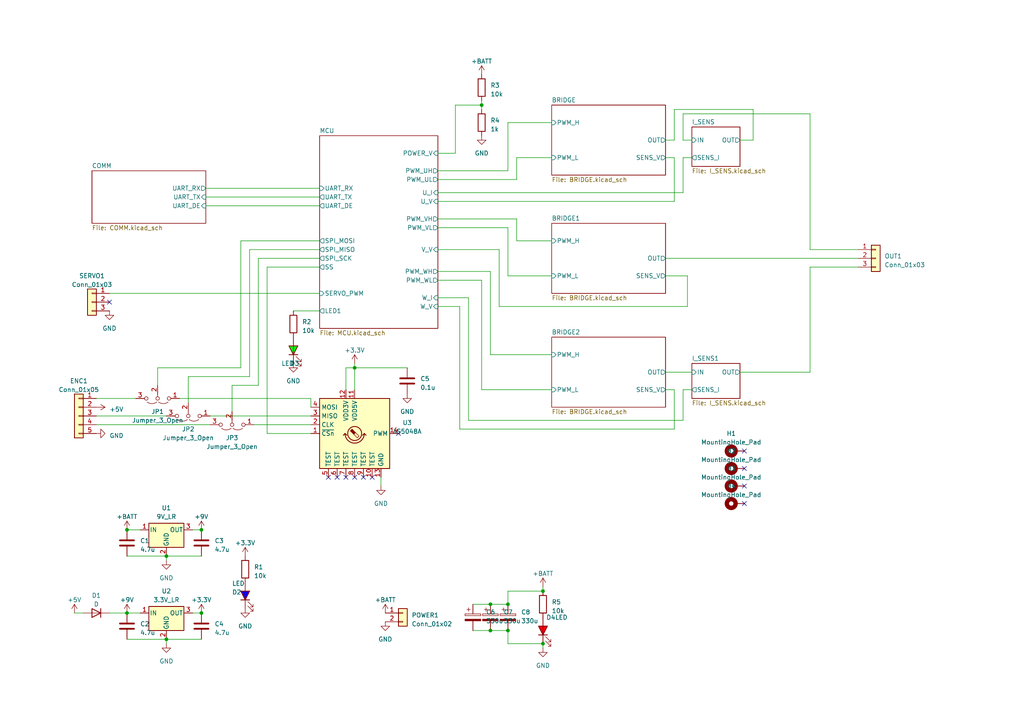
<source format=kicad_sch>
(kicad_sch (version 20230121) (generator eeschema)
  (paper "A4")
  (lib_symbols
    (symbol "Connector_Generic:Conn_01x02" (pin_names (offset 1.016) hide)
      (property "Reference" "J" (at 0 2.54 0))
      (property "Value" "Conn_01x02" (at 0 -5.08 0))
      (symbol "Conn_01x02_1_1"
        (rectangle (start -1.27 -2.413) (end 0 -2.667) (stroke (width 0.1524)))
        (rectangle (start -1.27 0.127) (end 0 -0.127) (stroke (width 0.1524)))
        (rectangle (start -1.27 1.27) (end 1.27 -3.81) (stroke (width 0.254)) (fill (type background)))
        (pin passive line (at -5.08 0 0) (length 3.81) (name "Pin_1") (number "1"))
        (pin passive line (at -5.08 -2.54 0) (length 3.81) (name "Pin_2") (number "2"))
      )
    )
    (symbol "Connector_Generic:Conn_01x03" (pin_names (offset 1.016) hide)
      (property "Reference" "J" (at 0 5.08 0))
      (property "Value" "Conn_01x03" (at 0 -5.08 0))
      (symbol "Conn_01x03_1_1"
        (rectangle (start -1.27 -2.413) (end 0 -2.667) (stroke (width 0.1524)))
        (rectangle (start -1.27 0.127) (end 0 -0.127) (stroke (width 0.1524)))
        (rectangle (start -1.27 2.667) (end 0 2.413) (stroke (width 0.1524)))
        (rectangle (start -1.27 3.81) (end 1.27 -3.81) (stroke (width 0.254)) (fill (type background)))
        (pin passive line (at -5.08 2.54 0) (length 3.81) (name "Pin_1") (number "1"))
        (pin passive line (at -5.08 0 0) (length 3.81) (name "Pin_2") (number "2"))
        (pin passive line (at -5.08 -2.54 0) (length 3.81) (name "Pin_3") (number "3"))
      )
    )
    (symbol "Connector_Generic:Conn_01x05" (pin_names (offset 1.016) hide)
      (property "Reference" "J" (at 0 7.62 0))
      (property "Value" "Conn_01x05" (at 0 -7.62 0))
      (symbol "Conn_01x05_1_1"
        (rectangle (start -1.27 -4.953) (end 0 -5.207) (stroke (width 0.1524)))
        (rectangle (start -1.27 -2.413) (end 0 -2.667) (stroke (width 0.1524)))
        (rectangle (start -1.27 0.127) (end 0 -0.127) (stroke (width 0.1524)))
        (rectangle (start -1.27 2.667) (end 0 2.413) (stroke (width 0.1524)))
        (rectangle (start -1.27 5.207) (end 0 4.953) (stroke (width 0.1524)))
        (rectangle (start -1.27 6.35) (end 1.27 -6.35) (stroke (width 0.254)) (fill (type background)))
        (pin passive line (at -5.08 5.08 0) (length 3.81) (name "Pin_1") (number "1"))
        (pin passive line (at -5.08 2.54 0) (length 3.81) (name "Pin_2") (number "2"))
        (pin passive line (at -5.08 0 0) (length 3.81) (name "Pin_3") (number "3"))
        (pin passive line (at -5.08 -2.54 0) (length 3.81) (name "Pin_4") (number "4"))
        (pin passive line (at -5.08 -5.08 0) (length 3.81) (name "Pin_5") (number "5"))
      )
    )
    (symbol "Device:C" (pin_numbers hide) (pin_names (offset 0.254))
      (property "Reference" "C" (at 0.635 2.54 0))
      (property "Value" "C" (at 0.635 -2.54 0))
      (symbol "C_0_1"
        (polyline (pts (xy -2.032 -0.762) (xy 2.032 -0.762)) (stroke (width 0.508)))
        (polyline (pts (xy -2.032 0.762) (xy 2.032 0.762)) (stroke (width 0.508)))
      )
      (symbol "C_1_1"
        (pin passive line (at 0 3.81 270) (length 2.794) (name "~") (number "1"))
        (pin passive line (at 0 -3.81 90) (length 2.794) (name "~") (number "2"))
      )
    )
    (symbol "Device:C_Polarized" (pin_numbers hide) (pin_names (offset 0.254))
      (property "Reference" "C" (at 0.635 2.54 0))
      (property "Value" "C_Polarized" (at 0.635 -2.54 0))
      (symbol "C_Polarized_0_1"
        (rectangle (start -2.286 0.508) (end 2.286 1.016))
        (polyline (pts (xy -1.778 2.286) (xy -0.762 2.286)))
        (polyline (pts (xy -1.27 2.794) (xy -1.27 1.778)))
        (rectangle (start 2.286 -0.508) (end -2.286 -1.016) (fill (type outline)))
      )
      (symbol "C_Polarized_1_1"
        (pin passive line (at 0 3.81 270) (length 2.794) (name "~") (number "1"))
        (pin passive line (at 0 -3.81 90) (length 2.794) (name "~") (number "2"))
      )
    )
    (symbol "Device:D" (pin_numbers hide) (pin_names (offset 1.016) hide)
      (property "Reference" "D" (at 0 2.54 0))
      (property "Value" "D" (at 0 -2.54 0))
      (symbol "D_0_1"
        (polyline (pts (xy -1.27 1.27) (xy -1.27 -1.27)) (stroke (width 0.254)))
        (polyline (pts (xy 1.27 0) (xy -1.27 0)))
        (polyline (pts (xy 1.27 1.27) (xy 1.27 -1.27) (xy -1.27 0) (xy 1.27 1.27)) (stroke (width 0.254)))
      )
      (symbol "D_1_1"
        (pin passive line (at -3.81 0 0) (length 2.54) (name "K") (number "1"))
        (pin passive line (at 3.81 0 180) (length 2.54) (name "A") (number "2"))
      )
    )
    (symbol "Device:LED" (pin_numbers hide) (pin_names (offset 1.016) hide)
      (property "Reference" "D2" (at 3.81 -0.9525 90))
      (property "Value" "LED" (at 3.81 -3.4925 90))
      (symbol "LED_0_1"
        (polyline (pts (xy -1.27 -1.27) (xy -1.27 1.27)) (stroke (width 0.254)))
        (polyline (pts (xy -1.27 0) (xy 1.27 0)))
        (polyline (pts (xy 1.27 -1.27) (xy 1.27 1.27) (xy -1.27 0) (xy 1.27 -1.27)) (stroke (width 0.254)) (fill (type color) (color 255 0 13 1)))
        (polyline (pts (xy -3.048 -0.762) (xy -4.572 -2.286) (xy -3.81 -2.286) (xy -4.572 -2.286) (xy -4.572 -1.524)))
        (polyline (pts (xy -1.778 -0.762) (xy -3.302 -2.286) (xy -2.54 -2.286) (xy -3.302 -2.286) (xy -3.302 -1.524)))
      )
      (symbol "LED_1_1"
        (pin passive line (at -3.81 0 0) (length 2.54) (name "K") (number "1"))
        (pin passive line (at 3.81 0 180) (length 2.54) (name "A") (number "2"))
      )
    )
    (symbol "Device:R" (pin_numbers hide) (pin_names (offset 0))
      (property "Reference" "R" (at 2.032 0 90))
      (property "Value" "R" (at 0 0 90))
      (symbol "R_0_1"
        (rectangle (start -1.016 -2.54) (end 1.016 2.54) (stroke (width 0.254)))
      )
      (symbol "R_1_1"
        (pin passive line (at 0 3.81 270) (length 1.27) (name "~") (number "1"))
        (pin passive line (at 0 -3.81 90) (length 1.27) (name "~") (number "2"))
      )
    )
    (symbol "Jumper:Jumper_3_Open" (pin_names (offset 0) hide)
      (property "Reference" "JP" (at -2.54 -2.54 0))
      (property "Value" "Jumper_3_Open" (at 0 2.794 0))
      (symbol "Jumper_3_Open_0_0"
        (circle (center -3.302 0) (radius 0.508))
        (circle (center 0 0) (radius 0.508))
        (circle (center 3.302 0) (radius 0.508))
      )
      (symbol "Jumper_3_Open_0_1"
        (arc (start -0.254 1.016) (mid -1.651 1.4992) (end -3.048 1.016))
        (polyline (pts (xy 0 -0.508) (xy 0 -1.27)))
        (arc (start 3.048 1.016) (mid 1.651 1.4992) (end 0.254 1.016))
      )
      (symbol "Jumper_3_Open_1_1"
        (pin passive line (at -6.35 0 0) (length 2.54) (name "A") (number "1"))
        (pin passive line (at 0 -3.81 90) (length 2.54) (name "C") (number "2"))
        (pin passive line (at 6.35 0 180) (length 2.54) (name "B") (number "3"))
      )
    )
    (symbol "LED_1" (pin_numbers hide) (pin_names (offset 1.016) hide)
      (property "Reference" "D3" (at 0.9525 3.81 90))
      (property "Value" "LED" (at 3.4925 3.81 90))
      (symbol "LED_1_0_1"
        (polyline (pts (xy -1.27 -1.27) (xy -1.27 1.27)) (stroke (width 0.254)))
        (polyline (pts (xy -1.27 0) (xy 1.27 0)))
        (polyline (pts (xy 1.27 -1.27) (xy 1.27 1.27) (xy -1.27 0) (xy 1.27 -1.27)) (stroke (width 0.254)) (fill (type color) (color 5 0 255 1)))
        (polyline (pts (xy -3.048 -0.762) (xy -4.572 -2.286) (xy -3.81 -2.286) (xy -4.572 -2.286) (xy -4.572 -1.524)))
        (polyline (pts (xy -1.778 -0.762) (xy -3.302 -2.286) (xy -2.54 -2.286) (xy -3.302 -2.286) (xy -3.302 -1.524)))
      )
      (symbol "LED_1_1_1"
        (pin passive line (at -3.81 0 0) (length 2.54) (name "K") (number "1"))
        (pin passive line (at 3.81 0 180) (length 2.54) (name "A") (number "2"))
      )
    )
    (symbol "LED_2" (pin_numbers hide) (pin_names (offset 1.016) hide)
      (property "Reference" "D4" (at -3.81 0.9525 90))
      (property "Value" "LED" (at -3.81 3.4925 90))
      (symbol "LED_2_0_1"
        (polyline (pts (xy -1.27 -1.27) (xy -1.27 1.27)) (stroke (width 0.254)))
        (polyline (pts (xy -1.27 0) (xy 1.27 0)))
        (polyline (pts (xy 1.27 -1.27) (xy 1.27 1.27) (xy -1.27 0) (xy 1.27 -1.27)) (stroke (width 0.254)) (fill (type color) (color 0 255 20 1)))
        (polyline (pts (xy -3.048 -0.762) (xy -4.572 -2.286) (xy -3.81 -2.286) (xy -4.572 -2.286) (xy -4.572 -1.524)))
        (polyline (pts (xy -1.778 -0.762) (xy -3.302 -2.286) (xy -2.54 -2.286) (xy -3.302 -2.286) (xy -3.302 -1.524)))
      )
      (symbol "LED_2_1_1"
        (pin passive line (at -3.81 0 0) (length 2.54) (name "K") (number "1"))
        (pin passive line (at 3.81 0 180) (length 2.54) (name "A") (number "2"))
      )
    )
    (symbol "Mechanical:MountingHole_Pad" (pin_numbers hide) (pin_names (offset 1.016) hide)
      (property "Reference" "H" (at 0 6.35 0))
      (property "Value" "MountingHole_Pad" (at 0 4.445 0))
      (symbol "MountingHole_Pad_0_1"
        (circle (center 0 1.27) (radius 1.27) (stroke (width 1.27)))
      )
      (symbol "MountingHole_Pad_1_1"
        (pin input line (at 0 -2.54 90) (length 2.54) (name "1") (number "1"))
      )
    )
    (symbol "Regulator_Linear:L7809" (pin_names (offset 0.254))
      (property "Reference" "U" (at -3.81 3.175 0))
      (property "Value" "L7809" (at 0 3.175 0))
      (symbol "L7809_0_1"
        (rectangle (start -5.08 1.905) (end 5.08 -5.08) (stroke (width 0.254)) (fill (type background)))
      )
      (symbol "L7809_1_1"
        (pin power_in line (at -7.62 0 0) (length 2.54) (name "IN") (number "1"))
        (pin power_in line (at 0 -7.62 90) (length 2.54) (name "GND") (number "2"))
        (pin power_out line (at 7.62 0 180) (length 2.54) (name "OUT") (number "3"))
      )
    )
    (symbol "Sensor_Magnetic:AS5048A"
      (property "Reference" "U" (at -10.16 11.43 0))
      (property "Value" "AS5048A" (at 10.16 11.43 0))
      (symbol "AS5048A_0_1"
        (rectangle (start -10.16 10.16) (end 10.16 -10.16) (stroke (width 0.254)) (fill (type background)))
        (arc (start -2.794 0) (mid 0 -2.7819) (end 2.794 0) (stroke (width 0.254)))
        (polyline (pts (xy -2.794 0) (xy -3.302 -0.508)) (stroke (width 0.254)))
        (polyline (pts (xy -2.794 0) (xy -2.286 -0.508)) (stroke (width 0.254)))
        (polyline (pts (xy 2.794 0) (xy 2.286 -0.508)) (stroke (width 0.254)))
        (polyline (pts (xy 2.794 0) (xy 3.302 -0.508)) (stroke (width 0.254)))
      )
      (symbol "AS5048A_1_1"
        (polyline (pts (xy 0.254 0.254) (xy 1.27 -0.762) (xy 0.762 -1.27) (xy -0.254 -0.254)))
        (polyline (pts (xy -0.762 1.27) (xy 0.254 0.254) (xy -0.254 -0.254) (xy -1.27 0.762) (xy -1.016 1.016) (xy -0.762 1.27) (xy -0.635 1.143)) (fill (type outline)))
        (circle (center 0 0) (radius 2.032) (stroke (width 0.254)))
        (pin input line (at -12.7 0 0) (length 2.54) (name "~{CSn}") (number "1"))
        (pin passive line (at 5.08 -12.7 90) (length 2.54) (name "TEST") (number "10"))
        (pin power_in line (at 0 12.7 270) (length 2.54) (name "VDD5V") (number "11"))
        (pin power_in line (at -2.54 12.7 270) (length 2.54) (name "VDD3V") (number "12"))
        (pin power_in line (at 7.62 -12.7 90) (length 2.54) (name "GND") (number "13"))
        (pin output line (at 12.7 0 180) (length 2.54) (name "PWM") (number "14"))
        (pin input line (at -12.7 2.54 0) (length 2.54) (name "CLK") (number "2"))
        (pin output line (at -12.7 5.08 0) (length 2.54) (name "MISO") (number "3"))
        (pin input line (at -12.7 7.62 0) (length 2.54) (name "MOSI") (number "4"))
        (pin passive line (at -7.62 -12.7 90) (length 2.54) (name "TEST") (number "5"))
        (pin passive line (at -5.08 -12.7 90) (length 2.54) (name "TEST") (number "6"))
        (pin passive line (at -2.54 -12.7 90) (length 2.54) (name "TEST") (number "7"))
        (pin passive line (at 0 -12.7 90) (length 2.54) (name "TEST") (number "8"))
        (pin passive line (at 2.54 -12.7 90) (length 2.54) (name "TEST") (number "9"))
      )
    )
    (symbol "power:+3.3V" (power) (pin_names (offset 0))
      (property "Value" "+3.3V" (at 0 3.556 0))
      (symbol "+3.3V_0_1"
        (polyline (pts (xy -0.762 1.27) (xy 0 2.54)))
        (polyline (pts (xy 0 0) (xy 0 2.54)))
        (polyline (pts (xy 0 2.54) (xy 0.762 1.27)))
      )
      (symbol "+3.3V_1_1"
        (pin power_in line (at 0 0 90) (length 0) hide (name "+3.3V") (number "1"))
      )
    )
    (symbol "power:+5V" (power) (pin_names (offset 0))
      (property "Value" "+5V" (at 0 3.556 0))
      (symbol "+5V_0_1"
        (polyline (pts (xy -0.762 1.27) (xy 0 2.54)))
        (polyline (pts (xy 0 0) (xy 0 2.54)))
        (polyline (pts (xy 0 2.54) (xy 0.762 1.27)))
      )
      (symbol "+5V_1_1"
        (pin power_in line (at 0 0 90) (length 0) hide (name "+5V") (number "1"))
      )
    )
    (symbol "power:+9V" (power) (pin_names (offset 0))
      (property "Value" "+9V" (at 0 3.556 0))
      (symbol "+9V_0_1"
        (polyline (pts (xy -0.762 1.27) (xy 0 2.54)))
        (polyline (pts (xy 0 0) (xy 0 2.54)))
        (polyline (pts (xy 0 2.54) (xy 0.762 1.27)))
      )
      (symbol "+9V_1_1"
        (pin power_in line (at 0 0 90) (length 0) hide (name "+9V") (number "1"))
      )
    )
    (symbol "power:+BATT" (power) (pin_names (offset 0))
      (property "Value" "+BATT" (at 0 3.556 0))
      (symbol "+BATT_0_1"
        (polyline (pts (xy -0.762 1.27) (xy 0 2.54)))
        (polyline (pts (xy 0 0) (xy 0 2.54)))
        (polyline (pts (xy 0 2.54) (xy 0.762 1.27)))
      )
      (symbol "+BATT_1_1"
        (pin power_in line (at 0 0 90) (length 0) hide (name "+BATT") (number "1"))
      )
    )
    (symbol "power:GND" (power) (pin_names (offset 0))
      (property "Value" "GND" (at 0 -3.81 0))
      (symbol "GND_0_1"
        (polyline (pts (xy 0 0) (xy 0 -1.27) (xy 1.27 -1.27) (xy 0 -2.54) (xy -1.27 -1.27) (xy 0 -1.27)))
      )
      (symbol "GND_1_1"
        (pin power_in line (at 0 0 270) (length 0) hide (name "GND") (number "1"))
      )
    )
  )
  (junction (at 142.24 175.26))
  (junction (at 147.32 175.26))
  (junction (at 36.83 153.67))
  (junction (at 157.48 171.45))
  (junction (at 48.26 185.42))
  (junction (at 102.87 106.68))
  (junction (at 142.24 182.88))
  (junction (at 58.42 177.8))
  (junction (at 48.26 161.29))
  (junction (at 157.48 186.69))
  (junction (at 147.32 182.88))
  (junction (at 36.83 177.8))
  (junction (at 139.7 30.48))
  (junction (at 58.42 153.67))
  (no_connect (at 215.9 135.89))
  (no_connect (at 95.25 138.43))
  (no_connect (at 215.9 140.97))
  (no_connect (at 115.57 125.73))
  (no_connect (at 31.75 87.63))
  (no_connect (at 100.33 138.43))
  (no_connect (at 102.87 138.43))
  (no_connect (at 107.95 138.43))
  (no_connect (at 215.9 130.81))
  (no_connect (at 105.41 138.43))
  (no_connect (at 97.79 138.43))
  (no_connect (at 215.9 146.05))
  (wire (pts (xy 58.42 153.67) (xy 55.88 153.67)))
  (wire (pts (xy 149.86 45.72) (xy 149.86 52.07)))
  (wire (pts (xy 92.71 77.47) (xy 77.47 77.47)))
  (wire (pts (xy 193.04 80.01) (xy 199.39 80.01)))
  (wire (pts (xy 144.78 72.39) (xy 127 72.39)))
  (wire (pts (xy 234.95 72.39) (xy 248.92 72.39)))
  (wire (pts (xy 74.93 74.93) (xy 92.71 74.93)))
  (wire (pts (xy 133.35 124.46) (xy 195.58 124.46)))
  (wire (pts (xy 67.31 111.76) (xy 67.31 119.38)))
  (wire (pts (xy 137.16 175.26) (xy 142.24 175.26)))
  (wire (pts (xy 127 81.28) (xy 139.7 81.28)))
  (wire (pts (xy 214.63 40.64) (xy 218.44 40.64)))
  (wire (pts (xy 195.58 31.75) (xy 195.58 40.64)))
  (wire (pts (xy 102.87 105.41) (xy 102.87 106.68)))
  (wire (pts (xy 147.32 186.69) (xy 147.32 182.88)))
  (wire (pts (xy 147.32 66.04) (xy 147.32 80.01)))
  (wire (pts (xy 85.09 90.17) (xy 92.71 90.17)))
  (wire (pts (xy 132.08 44.45) (xy 127 44.45)))
  (wire (pts (xy 142.24 175.26) (xy 147.32 175.26)))
  (wire (pts (xy 218.44 31.75) (xy 195.58 31.75)))
  (wire (pts (xy 58.42 177.8) (xy 55.88 177.8)))
  (wire (pts (xy 127 49.53) (xy 147.32 49.53)))
  (wire (pts (xy 48.26 185.42) (xy 36.83 185.42)))
  (wire (pts (xy 147.32 171.45) (xy 157.48 171.45)))
  (wire (pts (xy 218.44 40.64) (xy 218.44 31.75)))
  (wire (pts (xy 127 55.88) (xy 198.12 55.88)))
  (wire (pts (xy 137.16 182.88) (xy 142.24 182.88)))
  (wire (pts (xy 157.48 187.96) (xy 157.48 186.69)))
  (wire (pts (xy 147.32 49.53) (xy 147.32 35.56)))
  (wire (pts (xy 195.58 113.03) (xy 193.04 113.03)))
  (wire (pts (xy 200.66 40.64) (xy 198.12 40.64)))
  (wire (pts (xy 214.63 107.95) (xy 234.95 107.95)))
  (wire (pts (xy 139.7 113.03) (xy 160.02 113.03)))
  (wire (pts (xy 132.08 30.48) (xy 132.08 44.45)))
  (wire (pts (xy 48.26 161.29) (xy 36.83 161.29)))
  (wire (pts (xy 69.85 106.68) (xy 45.72 106.68)))
  (wire (pts (xy 248.92 77.47) (xy 234.95 77.47)))
  (wire (pts (xy 21.59 177.8) (xy 24.13 177.8)))
  (wire (pts (xy 142.24 182.88) (xy 147.32 182.88)))
  (wire (pts (xy 59.69 54.61) (xy 92.71 54.61)))
  (wire (pts (xy 198.12 55.88) (xy 198.12 45.72)))
  (wire (pts (xy 198.12 113.03) (xy 198.12 121.92)))
  (wire (pts (xy 127 66.04) (xy 147.32 66.04)))
  (wire (pts (xy 149.86 63.5) (xy 149.86 69.85)))
  (wire (pts (xy 198.12 45.72) (xy 200.66 45.72)))
  (wire (pts (xy 36.83 153.67) (xy 40.64 153.67)))
  (wire (pts (xy 45.72 106.68) (xy 45.72 111.76)))
  (wire (pts (xy 59.69 59.69) (xy 92.71 59.69)))
  (wire (pts (xy 135.89 86.36) (xy 127 86.36)))
  (wire (pts (xy 102.87 106.68) (xy 118.11 106.68)))
  (wire (pts (xy 110.49 138.43) (xy 110.49 140.97)))
  (wire (pts (xy 139.7 30.48) (xy 132.08 30.48)))
  (wire (pts (xy 139.7 29.21) (xy 139.7 30.48)))
  (wire (pts (xy 48.26 162.56) (xy 48.26 161.29)))
  (wire (pts (xy 160.02 45.72) (xy 149.86 45.72)))
  (wire (pts (xy 74.93 111.76) (xy 67.31 111.76)))
  (wire (pts (xy 59.69 57.15) (xy 92.71 57.15)))
  (wire (pts (xy 149.86 69.85) (xy 160.02 69.85)))
  (wire (pts (xy 147.32 80.01) (xy 160.02 80.01)))
  (wire (pts (xy 127 58.42) (xy 195.58 58.42)))
  (wire (pts (xy 149.86 52.07) (xy 127 52.07)))
  (wire (pts (xy 77.47 77.47) (xy 77.47 125.73)))
  (wire (pts (xy 193.04 74.93) (xy 248.92 74.93)))
  (wire (pts (xy 198.12 113.03) (xy 200.66 113.03)))
  (wire (pts (xy 54.61 109.22) (xy 54.61 116.84)))
  (wire (pts (xy 199.39 88.9) (xy 144.78 88.9)))
  (wire (pts (xy 193.04 107.95) (xy 200.66 107.95)))
  (wire (pts (xy 72.39 109.22) (xy 54.61 109.22)))
  (wire (pts (xy 73.66 123.19) (xy 90.17 123.19)))
  (wire (pts (xy 157.48 186.69) (xy 147.32 186.69)))
  (wire (pts (xy 139.7 30.48) (xy 139.7 31.75)))
  (wire (pts (xy 48.26 185.42) (xy 58.42 185.42)))
  (wire (pts (xy 72.39 72.39) (xy 72.39 109.22)))
  (wire (pts (xy 127 78.74) (xy 142.24 78.74)))
  (wire (pts (xy 69.85 69.85) (xy 92.71 69.85)))
  (wire (pts (xy 234.95 77.47) (xy 234.95 107.95)))
  (wire (pts (xy 60.96 120.65) (xy 90.17 120.65)))
  (wire (pts (xy 74.93 74.93) (xy 74.93 111.76)))
  (wire (pts (xy 27.94 120.65) (xy 48.26 120.65)))
  (wire (pts (xy 31.75 177.8) (xy 36.83 177.8)))
  (wire (pts (xy 135.89 121.92) (xy 135.89 86.36)))
  (wire (pts (xy 139.7 81.28) (xy 139.7 113.03)))
  (wire (pts (xy 142.24 78.74) (xy 142.24 102.87)))
  (wire (pts (xy 127 63.5) (xy 149.86 63.5)))
  (wire (pts (xy 133.35 88.9) (xy 133.35 124.46)))
  (wire (pts (xy 198.12 40.64) (xy 198.12 33.02)))
  (wire (pts (xy 195.58 40.64) (xy 193.04 40.64)))
  (wire (pts (xy 27.94 115.57) (xy 39.37 115.57)))
  (wire (pts (xy 127 88.9) (xy 133.35 88.9)))
  (wire (pts (xy 52.07 115.57) (xy 90.17 115.57)))
  (wire (pts (xy 198.12 33.02) (xy 234.95 33.02)))
  (wire (pts (xy 142.24 102.87) (xy 160.02 102.87)))
  (wire (pts (xy 48.26 161.29) (xy 58.42 161.29)))
  (wire (pts (xy 199.39 80.01) (xy 199.39 88.9)))
  (wire (pts (xy 234.95 33.02) (xy 234.95 72.39)))
  (wire (pts (xy 147.32 35.56) (xy 160.02 35.56)))
  (wire (pts (xy 77.47 125.73) (xy 90.17 125.73)))
  (wire (pts (xy 48.26 186.69) (xy 48.26 185.42)))
  (wire (pts (xy 27.94 123.19) (xy 60.96 123.19)))
  (wire (pts (xy 102.87 106.68) (xy 102.87 113.03)))
  (wire (pts (xy 144.78 88.9) (xy 144.78 72.39)))
  (wire (pts (xy 31.75 85.09) (xy 92.71 85.09)))
  (wire (pts (xy 195.58 45.72) (xy 195.58 58.42)))
  (wire (pts (xy 100.33 106.68) (xy 100.33 113.03)))
  (wire (pts (xy 100.33 106.68) (xy 102.87 106.68)))
  (wire (pts (xy 198.12 121.92) (xy 135.89 121.92)))
  (wire (pts (xy 69.85 106.68) (xy 69.85 69.85)))
  (wire (pts (xy 36.83 177.8) (xy 40.64 177.8)))
  (wire (pts (xy 157.48 170.18) (xy 157.48 171.45)))
  (wire (pts (xy 90.17 115.57) (xy 90.17 118.11)))
  (wire (pts (xy 193.04 45.72) (xy 195.58 45.72)))
  (wire (pts (xy 72.39 72.39) (xy 92.71 72.39)))
  (wire (pts (xy 147.32 175.26) (xy 147.32 171.45)))
  (wire (pts (xy 195.58 124.46) (xy 195.58 113.03)))
  (symbol (lib_id "Connector_Generic:Conn_01x05") (at 22.86 120.65 0) (mirror y) (unit 1)
    (property "Reference" "ENC1" (at 22.86 110.49 0))
    (property "Value" "Conn_01x05" (at 22.86 113.03 0))
    (property "Footprint" "Connector_JST:JST_XA_S05B-XASK-1_1x05_P2.50mm_Horizontal" (effects hide))
  )
  (symbol (lib_id "power:GND") (at 71.12 176.53 0) (unit 1)
    (property "Reference" "#PWR012" (effects hide))
    (property "Value" "GND" (at 71.12 181.61 0))
  )
  (symbol (lib_id "Mechanical:MountingHole_Pad") (at 213.36 146.05 90) (unit 1)
    (property "Reference" "H4" (at 212.09 140.97 90))
    (property "Value" "MountingHole_Pad" (at 212.09 143.51 90))
    (property "Footprint" "MountingHole:MountingHole_3.2mm_M3_Pad_Via" (effects hide))
  )
  (symbol (lib_id "Device:C") (at 58.42 157.48 0) (unit 1)
    (property "Reference" "C3" (at 62.23 156.845 0) (effects (justify left)))
    (property "Value" "4.7u" (at 62.23 159.385 0) (effects (justify left)))
    (property "Footprint" "Capacitor_SMD:C_0805_2012Metric_Pad1.18x1.45mm_HandSolder" (effects hide))
  )
  (symbol (lib_id "power:+5V") (at 27.94 118.11 270) (unit 1)
    (property "Reference" "#PWR02" (effects hide))
    (property "Value" "+5V" (at 31.75 118.745 90) (effects (justify left)))
  )
  (symbol (lib_id "power:GND") (at 157.48 187.96 0) (unit 1)
    (property "Reference" "#PWR022" (effects hide))
    (property "Value" "GND" (at 157.48 193.04 0))
  )
  (symbol (lib_id "power:GND") (at 31.75 90.17 0) (unit 1)
    (property "Reference" "#PWR04" (effects hide))
    (property "Value" "GND" (at 31.75 95.25 0))
  )
  (symbol (lib_id "power:GND") (at 139.7 39.37 0) (unit 1)
    (property "Reference" "#PWR020" (effects hide))
    (property "Value" "GND" (at 139.7 44.45 0))
  )
  (symbol (lib_id "Jumper:Jumper_3_Open") (at 54.61 120.65 180) (unit 1)
    (property "Reference" "JP2" (at 54.61 124.46 0))
    (property "Value" "Jumper_3_Open" (at 54.61 127 0))
    (property "Footprint" "Jumper:SolderJumper-3_P2.0mm_Open_TrianglePad1.0x1.5mm" (effects hide))
  )
  (symbol (lib_id "Connector_Generic:Conn_01x02") (at 116.84 177.8 0) (unit 1)
    (property "Reference" "POWER1" (at 119.38 178.435 0) (effects (justify left)))
    (property "Value" "Conn_01x02" (at 119.38 180.975 0) (effects (justify left)))
    (property "Footprint" "Connector_AMASS:AMASS_XT30PW-F_1x02_P2.50mm_Horizontal" (effects hide))
  )
  (symbol (lib_id "power:GND") (at 110.49 140.97 0) (unit 1)
    (property "Reference" "#PWR015" (effects hide))
    (property "Value" "GND" (at 110.49 146.05 0))
  )
  (symbol (lib_id "power:+9V") (at 36.83 177.8 0) (unit 1)
    (property "Reference" "#PWR06" (effects hide))
    (property "Value" "+9V" (at 36.83 173.99 0))
  )
  (symbol (lib_name "LED_2") (lib_id "Device:LED") (at 85.09 101.6 90) (unit 1)
    (property "Reference" "D3" (at 84.1375 105.41 90) (effects (justify right)))
    (property "Value" "LED" (at 81.5975 105.41 90) (effects (justify right)))
    (property "Footprint" "LED_SMD:LED_0603_1608Metric_Pad1.05x0.95mm_HandSolder" (effects hide))
  )
  (symbol (lib_id "power:+BATT") (at 139.7 21.59 0) (unit 1)
    (property "Reference" "#PWR019" (effects hide))
    (property "Value" "+BATT" (at 139.7 17.78 0))
  )
  (symbol (lib_id "power:+3.3V") (at 102.87 105.41 0) (unit 1)
    (property "Reference" "#PWR014" (effects hide))
    (property "Value" "+3.3V" (at 102.87 101.6 0))
  )
  (symbol (lib_id "Device:R") (at 85.09 93.98 0) (unit 1)
    (property "Reference" "R2" (at 87.63 93.345 0) (effects (justify left)))
    (property "Value" "10k" (at 87.63 95.885 0) (effects (justify left)))
    (property "Footprint" "Resistor_SMD:R_0603_1608Metric_Pad0.98x0.95mm_HandSolder" (effects hide))
  )
  (symbol (lib_id "power:+9V") (at 58.42 153.67 0) (unit 1)
    (property "Reference" "#PWR09" (effects hide))
    (property "Value" "+9V" (at 58.42 149.86 0))
  )
  (symbol (lib_id "power:+3.3V") (at 71.12 161.29 0) (unit 1)
    (property "Reference" "#PWR011" (effects hide))
    (property "Value" "+3.3V" (at 71.12 157.48 0))
  )
  (symbol (lib_id "Device:LED") (at 157.48 182.88 90) (unit 1)
    (property "Reference" "D4" (at 158.4325 179.07 90) (effects (justify right)))
    (property "Value" "LED" (at 160.9725 179.07 90) (effects (justify right)))
    (property "Footprint" "LED_SMD:LED_0603_1608Metric_Pad1.05x0.95mm_HandSolder" (effects hide))
  )
  (symbol (lib_id "Jumper:Jumper_3_Open") (at 45.72 115.57 180) (unit 1)
    (property "Reference" "JP1" (at 45.72 119.38 0))
    (property "Value" "Jumper_3_Open" (at 45.72 121.92 0))
    (property "Footprint" "Jumper:SolderJumper-3_P2.0mm_Open_TrianglePad1.0x1.5mm" (effects hide))
  )
  (symbol (lib_id "power:GND") (at 85.09 105.41 0) (unit 1)
    (property "Reference" "#PWR013" (effects hide))
    (property "Value" "GND" (at 85.09 110.49 0))
  )
  (symbol (lib_id "Mechanical:MountingHole_Pad") (at 213.36 140.97 90) (unit 1)
    (property "Reference" "H3" (at 212.09 135.89 90))
    (property "Value" "MountingHole_Pad" (at 212.09 138.43 90))
    (property "Footprint" "MountingHole:MountingHole_3.2mm_M3_Pad_Via" (effects hide))
  )
  (symbol (lib_id "power:GND") (at 48.26 186.69 0) (unit 1)
    (property "Reference" "#PWR08" (effects hide))
    (property "Value" "GND" (at 48.26 191.77 0))
  )
  (symbol (lib_id "power:+BATT") (at 36.83 153.67 0) (unit 1)
    (property "Reference" "#PWR05" (effects hide))
    (property "Value" "+BATT" (at 36.83 149.86 0))
  )
  (symbol (lib_id "Mechanical:MountingHole_Pad") (at 213.36 130.81 90) (unit 1)
    (property "Reference" "H1" (at 212.09 125.73 90))
    (property "Value" "MountingHole_Pad" (at 212.09 128.27 90))
    (property "Footprint" "MountingHole:MountingHole_3.2mm_M3_Pad_Via" (effects hide))
  )
  (symbol (lib_id "Device:C") (at 118.11 110.49 180) (unit 1)
    (property "Reference" "C5" (at 121.92 109.855 0) (effects (justify right)))
    (property "Value" "0.1u" (at 121.92 112.395 0) (effects (justify right)))
    (property "Footprint" "Capacitor_SMD:C_0603_1608Metric_Pad1.08x0.95mm_HandSolder" (effects hide))
  )
  (symbol (lib_id "power:GND") (at 27.94 125.73 90) (unit 1)
    (property "Reference" "#PWR03" (effects hide))
    (property "Value" "GND" (at 31.75 126.365 90) (effects (justify right)))
  )
  (symbol (lib_id "Device:C_Polarized") (at 147.32 179.07 0) (unit 1)
    (property "Reference" "C8" (at 151.13 177.546 0) (effects (justify left)))
    (property "Value" "330u" (at 151.13 180.086 0) (effects (justify left)))
    (property "Footprint" "Capacitor_SMD:CP_Elec_10x10" (effects hide))
  )
  (symbol (lib_id "Device:C_Polarized") (at 137.16 179.07 0) (unit 1)
    (property "Reference" "C6" (at 140.97 177.546 0) (effects (justify left)))
    (property "Value" "330u" (at 140.97 180.086 0) (effects (justify left)))
    (property "Footprint" "Capacitor_SMD:CP_Elec_10x10" (effects hide))
  )
  (symbol (lib_id "Device:R") (at 139.7 35.56 0) (unit 1)
    (property "Reference" "R4" (at 142.24 34.925 0) (effects (justify left)))
    (property "Value" "1k" (at 142.24 37.465 0) (effects (justify left)))
    (property "Footprint" "Resistor_SMD:R_0603_1608Metric_Pad0.98x0.95mm_HandSolder" (effects hide))
  )
  (symbol (lib_id "Device:D") (at 27.94 177.8 180) (unit 1)
    (property "Reference" "D1" (at 27.94 172.72 0))
    (property "Value" "D" (at 27.94 175.26 0))
    (property "Footprint" "Diode_SMD:D_SMA" (effects hide))
    (property "Sim.Device" "D" (effects hide))
    (property "Sim.Pins" "1=K 2=A" (effects hide))
  )
  (symbol (lib_id "power:GND") (at 48.26 162.56 0) (unit 1)
    (property "Reference" "#PWR07" (effects hide))
    (property "Value" "GND" (at 48.26 167.64 0))
  )
  (symbol (lib_id "power:+5V") (at 21.59 177.8 0) (unit 1)
    (property "Reference" "#PWR01" (effects hide))
    (property "Value" "+5V" (at 21.59 173.99 0))
  )
  (symbol (lib_id "Device:C_Polarized") (at 142.24 179.07 0) (unit 1)
    (property "Reference" "C7" (at 146.05 177.546 0) (effects (justify left)))
    (property "Value" "330u" (at 146.05 180.086 0) (effects (justify left)))
    (property "Footprint" "Capacitor_SMD:CP_Elec_10x10" (effects hide))
  )
  (symbol (lib_name "LED_1") (lib_id "Device:LED") (at 71.12 172.72 90) (unit 1)
    (property "Reference" "D2" (at 67.31 171.7675 90) (effects (justify right)))
    (property "Value" "LED" (at 67.31 169.2275 90) (effects (justify right)))
    (property "Footprint" "LED_SMD:LED_0603_1608Metric_Pad1.05x0.95mm_HandSolder" (effects hide))
  )
  (symbol (lib_id "power:+BATT") (at 157.48 170.18 0) (unit 1)
    (property "Reference" "#PWR021" (effects hide))
    (property "Value" "+BATT" (at 157.48 166.37 0))
  )
  (symbol (lib_id "Device:R") (at 157.48 175.26 0) (unit 1)
    (property "Reference" "R5" (at 160.02 174.625 0) (effects (justify left)))
    (property "Value" "10k" (at 160.02 177.165 0) (effects (justify left)))
    (property "Footprint" "Resistor_SMD:R_0603_1608Metric_Pad0.98x0.95mm_HandSolder" (effects hide))
  )
  (symbol (lib_id "Device:C") (at 36.83 157.48 0) (unit 1)
    (property "Reference" "C1" (at 40.64 156.845 0) (effects (justify left)))
    (property "Value" "4.7u" (at 40.64 159.385 0) (effects (justify left)))
    (property "Footprint" "Capacitor_SMD:C_0805_2012Metric_Pad1.18x1.45mm_HandSolder" (effects hide))
  )
  (symbol (lib_id "power:GND") (at 118.11 114.3 0) (unit 1)
    (property "Reference" "#PWR018" (effects hide))
    (property "Value" "GND" (at 118.11 119.38 0))
  )
  (symbol (lib_id "Connector_Generic:Conn_01x03") (at 26.67 87.63 0) (mirror y) (unit 1)
    (property "Reference" "SERVO1" (at 26.67 80.01 0))
    (property "Value" "Conn_01x03" (at 26.67 82.55 0))
    (property "Footprint" "Connector_PinHeader_2.54mm:PinHeader_1x03_P2.54mm_Horizontal" (effects hide))
  )
  (symbol (lib_id "Regulator_Linear:L7809") (at 48.26 177.8 0) (unit 1)
    (property "Reference" "U2" (at 48.26 171.45 0))
    (property "Value" "3.3V_LR" (at 48.26 173.99 0))
    (property "Footprint" "Package_TO_SOT_SMD:TO-252-2" (effects hide))
    (property "Datasheet" "http://www.st.com/content/ccc/resource/technical/document/datasheet/41/4f/b3/b0/12/d4/47/88/CD00000444.pdf/files/CD00000444.pdf/jcr:content/translations/en.CD00000444.pdf" (effects hide))
  )
  (symbol (lib_id "Mechanical:MountingHole_Pad") (at 213.36 135.89 90) (unit 1)
    (property "Reference" "H2" (at 212.09 130.81 90))
    (property "Value" "MountingHole_Pad" (at 212.09 133.35 90))
    (property "Footprint" "MountingHole:MountingHole_3.2mm_M3_Pad_Via" (effects hide))
  )
  (symbol (lib_id "power:GND") (at 111.76 180.34 0) (unit 1)
    (property "Reference" "#PWR017" (effects hide))
    (property "Value" "GND" (at 111.76 185.42 0))
  )
  (symbol (lib_id "Device:R") (at 139.7 25.4 0) (unit 1)
    (property "Reference" "R3" (at 142.24 24.765 0) (effects (justify left)))
    (property "Value" "10k" (at 142.24 27.305 0) (effects (justify left)))
    (property "Footprint" "Resistor_SMD:R_0603_1608Metric_Pad0.98x0.95mm_HandSolder" (effects hide))
  )
  (symbol (lib_id "Connector_Generic:Conn_01x03") (at 254 74.93 0) (unit 1)
    (property "Reference" "OUT1" (at 256.54 74.295 0) (effects (justify left)))
    (property "Value" "Conn_01x03" (at 256.54 76.835 0) (effects (justify left)))
    (property "Footprint" "Connector_AMASS:AMASS_MR30PW-M_1x03_P3.50mm_Horizontal" (effects hide))
  )
  (symbol (lib_id "Device:C") (at 36.83 181.61 0) (unit 1)
    (property "Reference" "C2" (at 40.64 180.975 0) (effects (justify left)))
    (property "Value" "4.7u" (at 40.64 183.515 0) (effects (justify left)))
    (property "Footprint" "Capacitor_SMD:C_0805_2012Metric_Pad1.18x1.45mm_HandSolder" (effects hide))
  )
  (symbol (lib_id "Device:C") (at 58.42 181.61 0) (unit 1)
    (property "Reference" "C4" (at 62.23 180.975 0) (effects (justify left)))
    (property "Value" "4.7u" (at 62.23 183.515 0) (effects (justify left)))
    (property "Footprint" "Capacitor_SMD:C_0805_2012Metric_Pad1.18x1.45mm_HandSolder" (effects hide))
  )
  (symbol (lib_id "Device:R") (at 71.12 165.1 0) (unit 1)
    (property "Reference" "R1" (at 73.66 164.465 0) (effects (justify left)))
    (property "Value" "10k" (at 73.66 167.005 0) (effects (justify left)))
    (property "Footprint" "Resistor_SMD:R_0603_1608Metric_Pad0.98x0.95mm_HandSolder" (effects hide))
  )
  (symbol (lib_id "Sensor_Magnetic:AS5048A") (at 102.87 125.73 0) (unit 1)
    (property "Reference" "U3" (at 118.11 122.6059 0))
    (property "Value" "AS5048A" (at 118.11 125.1459 0))
    (property "Footprint" "Package_SO:TSSOP-14_4.4x5mm_P0.65mm" (effects hide))
    (property "Datasheet" "https://ams.com/documents/20143/36005/AS5048_DS000298_4-00.pdf" (effects hide))
  )
  (symbol (lib_id "power:+BATT") (at 111.76 177.8 0) (unit 1)
    (property "Reference" "#PWR016" (effects hide))
    (property "Value" "+BATT" (at 111.76 173.99 0))
  )
  (symbol (lib_id "Jumper:Jumper_3_Open") (at 67.31 123.19 180) (unit 1)
    (property "Reference" "JP3" (at 67.31 127 0))
    (property "Value" "Jumper_3_Open" (at 67.31 129.54 0))
    (property "Footprint" "Jumper:SolderJumper-3_P2.0mm_Open_TrianglePad1.0x1.5mm" (effects hide))
  )
  (symbol (lib_id "power:+3.3V") (at 58.42 177.8 0) (unit 1)
    (property "Reference" "#PWR010" (effects hide))
    (property "Value" "+3.3V" (at 58.42 173.99 0))
  )
  (symbol (lib_id "Regulator_Linear:L7809") (at 48.26 153.67 0) (unit 1)
    (property "Reference" "U1" (at 48.26 147.32 0))
    (property "Value" "9V_LR" (at 48.26 149.86 0))
    (property "Footprint" "Package_TO_SOT_SMD:TO-252-2" (effects hide))
    (property "Datasheet" "http://www.st.com/content/ccc/resource/technical/document/datasheet/41/4f/b3/b0/12/d4/47/88/CD00000444.pdf/files/CD00000444.pdf/jcr:content/translations/en.CD00000444.pdf" (effects hide))
  )
  (sheet (at 26.67 49.53) (size 33.02 15.24) (stroke (width 0.1524))
    (property "Sheetname" "COMM" (at 26.67 48.8184 0) (effects (justify left bottom)))
    (property "Sheetfile" "COMM.kicad_sch" (at 26.67 65.3546 0) (effects (justify left top)))
    (pin "UART_RX" output (at 59.69 54.61 0))
    (pin "UART_TX" input (at 59.69 57.15 0))
    (pin "UART_DE" input (at 59.69 59.69 0))
  )
  (sheet (at 200.66 105.41) (size 13.97 10.16) (stroke (width 0.1524))
    (property "Sheetname" "I_SENS1" (at 200.66 104.6984 0) (effects (justify left bottom)))
    (property "Sheetfile" "I_SENS.kicad_sch" (at 200.66 116.1546 0) (effects (justify left top)))
    (pin "SENS_I" output (at 200.66 113.03 180))
    (pin "OUT" output (at 214.63 107.95 0))
    (pin "IN" input (at 200.66 107.95 180))
  )
  (sheet (at 160.02 30.48) (size 33.02 20.32) (stroke (width 0.1524))
    (property "Sheetname" "BRIDGE" (at 160.02 29.7684 0) (effects (justify left bottom)))
    (property "Sheetfile" "BRIDGE.kicad_sch" (at 160.02 51.3846 0) (effects (justify left top)))
    (pin "PWM_L" input (at 160.02 45.72 180))
    (pin "PWM_H" input (at 160.02 35.56 180))
    (pin "OUT" output (at 193.04 40.64 0))
    (pin "SENS_V" output (at 193.04 45.72 0))
  )
  (sheet (at 92.71 39.37) (size 34.29 55.88) (stroke (width 0.1524))
    (property "Sheetname" "MCU" (at 92.71 38.6584 0) (effects (justify left bottom)))
    (property "Sheetfile" "MCU.kicad_sch" (at 92.71 95.8346 0) (effects (justify left top)))
    (pin "POWER_V" input (at 127 44.45 0))
    (pin "W_V" input (at 127 88.9 0))
    (pin "SS" output (at 92.71 77.47 180))
    (pin "LED1" output (at 92.71 90.17 180))
    (pin "UART_DE" output (at 92.71 59.69 180))
    (pin "U_I" input (at 127 55.88 0))
    (pin "V_V" input (at 127 72.39 0))
    (pin "U_V" input (at 127 58.42 0))
    (pin "UART_TX" output (at 92.71 57.15 180))
    (pin "UART_RX" input (at 92.71 54.61 180))
    (pin "SERVO_PWM" input (at 92.71 85.09 180))
    (pin "SPI_SCK" output (at 92.71 74.93 180))
    (pin "SPI_MISO" output (at 92.71 72.39 180))
    (pin "SPI_MOSI" output (at 92.71 69.85 180))
    (pin "PWM_VL" output (at 127 66.04 0))
    (pin "PWM_UL" output (at 127 52.07 0))
    (pin "PWM_UH" output (at 127 49.53 0))
    (pin "PWM_VH" output (at 127 63.5 0))
    (pin "PWM_WL" output (at 127 81.28 0))
    (pin "PWM_WH" output (at 127 78.74 0))
    (pin "W_I" input (at 127 86.36 0))
  )
  (sheet (at 200.66 36.83) (size 13.97 11.43) (stroke (width 0.1524))
    (property "Sheetname" "I_SENS" (at 200.66 36.1184 0) (effects (justify left bottom)))
    (property "Sheetfile" "I_SENS.kicad_sch" (at 200.66 48.8446 0) (effects (justify left top)))
    (pin "SENS_I" output (at 200.66 45.72 180))
    (pin "OUT" output (at 214.63 40.64 0))
    (pin "IN" input (at 200.66 40.64 180))
  )
  (sheet (at 160.02 97.79) (size 33.02 20.32) (stroke (width 0.1524))
    (property "Sheetname" "BRIDGE2" (at 160.02 97.0784 0) (effects (justify left bottom)))
    (property "Sheetfile" "BRIDGE.kicad_sch" (at 160.02 118.6946 0) (effects (justify left top)))
    (pin "PWM_L" input (at 160.02 113.03 180))
    (pin "PWM_H" input (at 160.02 102.87 180))
    (pin "OUT" output (at 193.04 107.95 0))
    (pin "SENS_V" output (at 193.04 113.03 0))
  )
  (sheet (at 160.02 64.77) (size 33.02 20.32) (stroke (width 0.1524))
    (property "Sheetname" "BRIDGE1" (at 160.02 64.0584 0) (effects (justify left bottom)))
    (property "Sheetfile" "BRIDGE.kicad_sch" (at 160.02 85.6746 0) (effects (justify left top)))
    (pin "PWM_L" input (at 160.02 80.01 180))
    (pin "PWM_H" input (at 160.02 69.85 180))
    (pin "OUT" output (at 193.04 74.93 0))
    (pin "SENS_V" output (at 193.04 80.01 0))
  )
)
</source>
